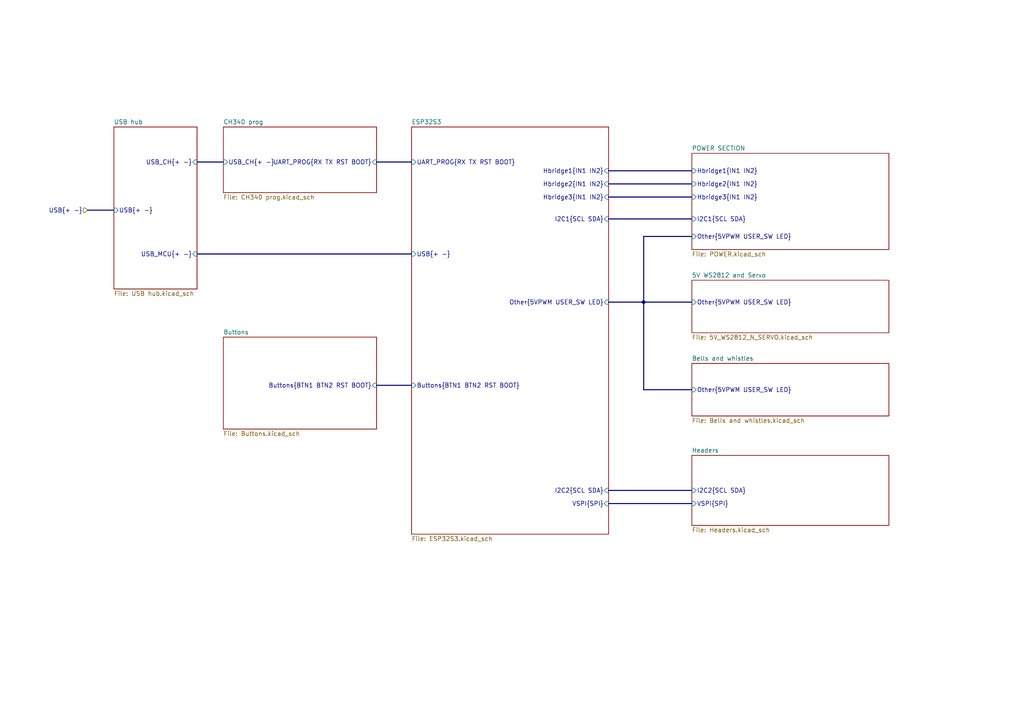
<source format=kicad_sch>
(kicad_sch
	(version 20231120)
	(generator "eeschema")
	(generator_version "8.0")
	(uuid "4f01d659-acdd-4286-a922-b53f5a7d02ba")
	(paper "A4")
	(title_block
		(title "MAIN")
		(date "2025-02-04")
		(rev "A")
		(company "Artem Horiunov")
		(comment 1 "DESIGNED IN POLAND")
	)
	(lib_symbols)
	(junction
		(at 186.69 87.63)
		(diameter 0)
		(color 0 0 0 0)
		(uuid "0bfd088b-3626-4b5f-875c-027926540d3c")
	)
	(bus
		(pts
			(xy 176.53 146.05) (xy 200.66 146.05)
		)
		(stroke
			(width 0)
			(type default)
		)
		(uuid "0c7b2cb7-b600-45ee-8b80-618b7e732ac5")
	)
	(bus
		(pts
			(xy 176.53 57.15) (xy 200.66 57.15)
		)
		(stroke
			(width 0)
			(type default)
		)
		(uuid "1085dd6e-0759-4037-bc6a-560df810f9bc")
	)
	(bus
		(pts
			(xy 186.69 87.63) (xy 200.66 87.63)
		)
		(stroke
			(width 0)
			(type default)
		)
		(uuid "6a5cb6a9-9270-4b47-b1fd-702afcf80a16")
	)
	(bus
		(pts
			(xy 176.53 53.34) (xy 200.66 53.34)
		)
		(stroke
			(width 0)
			(type default)
		)
		(uuid "7080b98b-4a34-441e-bb0a-2e1d09a59ff1")
	)
	(bus
		(pts
			(xy 176.53 63.5) (xy 200.66 63.5)
		)
		(stroke
			(width 0)
			(type default)
		)
		(uuid "73a50ff0-f4e9-4e19-aaa5-4aaa2250bc8d")
	)
	(bus
		(pts
			(xy 200.66 68.58) (xy 186.69 68.58)
		)
		(stroke
			(width 0)
			(type default)
		)
		(uuid "77b1e4d3-0a89-4138-b23c-9cfc79a0276b")
	)
	(bus
		(pts
			(xy 109.22 46.99) (xy 119.38 46.99)
		)
		(stroke
			(width 0)
			(type default)
		)
		(uuid "7aaa7982-096b-4bc2-9c37-fba2473fcd3a")
	)
	(bus
		(pts
			(xy 176.53 142.24) (xy 200.66 142.24)
		)
		(stroke
			(width 0)
			(type default)
		)
		(uuid "81e6457a-c9f7-4030-bd65-fa51504e240b")
	)
	(bus
		(pts
			(xy 109.22 111.76) (xy 119.38 111.76)
		)
		(stroke
			(width 0)
			(type default)
		)
		(uuid "8dd25152-8c49-47d3-b73b-dfc9dd4d5b25")
	)
	(bus
		(pts
			(xy 25.4 60.96) (xy 33.02 60.96)
		)
		(stroke
			(width 0)
			(type default)
		)
		(uuid "a39081cd-3a0a-423e-8172-a821649a801a")
	)
	(bus
		(pts
			(xy 200.66 113.03) (xy 186.69 113.03)
		)
		(stroke
			(width 0)
			(type default)
		)
		(uuid "b3461a7b-460f-4400-b4cf-5414337325af")
	)
	(bus
		(pts
			(xy 57.15 46.99) (xy 64.77 46.99)
		)
		(stroke
			(width 0)
			(type default)
		)
		(uuid "b381fb3b-e0be-46de-8e8a-b066668f5cff")
	)
	(bus
		(pts
			(xy 186.69 68.58) (xy 186.69 87.63)
		)
		(stroke
			(width 0)
			(type default)
		)
		(uuid "d989ad9b-2a90-490d-a9b8-a356ffa97290")
	)
	(bus
		(pts
			(xy 57.15 73.66) (xy 119.38 73.66)
		)
		(stroke
			(width 0)
			(type default)
		)
		(uuid "e1388bba-a553-488b-b15b-645ac6fd9e95")
	)
	(bus
		(pts
			(xy 176.53 87.63) (xy 186.69 87.63)
		)
		(stroke
			(width 0)
			(type default)
		)
		(uuid "ec6187c1-8bc9-4d0c-b27d-f2700d68e2ae")
	)
	(bus
		(pts
			(xy 176.53 49.53) (xy 200.66 49.53)
		)
		(stroke
			(width 0)
			(type default)
		)
		(uuid "f7c60f3d-605f-43fd-8aed-50c7ec22eb0d")
	)
	(bus
		(pts
			(xy 186.69 113.03) (xy 186.69 87.63)
		)
		(stroke
			(width 0)
			(type default)
		)
		(uuid "fd012dd7-04ea-4151-9005-e0b1694b0322")
	)
	(hierarchical_label "USB{+ -}"
		(shape input)
		(at 25.4 60.96 180)
		(fields_autoplaced yes)
		(effects
			(font
				(size 1.27 1.27)
			)
			(justify right)
		)
		(uuid "2c48da45-df81-4f79-8459-58550d78327e")
	)
	(sheet
		(at 200.66 132.08)
		(size 57.15 20.32)
		(fields_autoplaced yes)
		(stroke
			(width 0.1524)
			(type solid)
		)
		(fill
			(color 0 0 0 0.0000)
		)
		(uuid "1729833a-027d-4880-9d47-9217599f0e15")
		(property "Sheetname" "Headers"
			(at 200.66 131.3684 0)
			(effects
				(font
					(size 1.27 1.27)
				)
				(justify left bottom)
			)
		)
		(property "Sheetfile" "Headers.kicad_sch"
			(at 200.66 152.9846 0)
			(effects
				(font
					(size 1.27 1.27)
				)
				(justify left top)
			)
		)
		(pin "VSPI{SPI}" input
			(at 200.66 146.05 180)
			(effects
				(font
					(size 1.27 1.27)
				)
				(justify left)
			)
			(uuid "67ab0992-d72d-4b83-a659-a3bf1de9a6d8")
		)
		(pin "I2C2{SCL SDA}" input
			(at 200.66 142.24 180)
			(effects
				(font
					(size 1.27 1.27)
				)
				(justify left)
			)
			(uuid "21ec4afe-47b5-436e-9289-fde5b5f642ce")
		)
		(instances
			(project "SimpleLedController"
				(path "/de1fb7b1-f28d-4bae-89ca-5550da77be4e/50ac3697-a6ce-452b-81fb-5fffb80c209f"
					(page "16")
				)
			)
		)
	)
	(sheet
		(at 200.66 81.28)
		(size 57.15 15.24)
		(fields_autoplaced yes)
		(stroke
			(width 0.1524)
			(type solid)
		)
		(fill
			(color 0 0 0 0.0000)
		)
		(uuid "297a673b-1001-4fdf-8775-f19fc6a11456")
		(property "Sheetname" "5V WS2812 and Servo"
			(at 200.66 80.5684 0)
			(effects
				(font
					(size 1.27 1.27)
				)
				(justify left bottom)
			)
		)
		(property "Sheetfile" "5V_WS2812_N_SERVO.kicad_sch"
			(at 200.66 97.1046 0)
			(effects
				(font
					(size 1.27 1.27)
				)
				(justify left top)
			)
		)
		(pin "Other{5VPWM USER_SW LED}" input
			(at 200.66 87.63 180)
			(effects
				(font
					(size 1.27 1.27)
				)
				(justify left)
			)
			(uuid "1b055340-e1c6-4147-b2a1-fce74ef56478")
		)
		(instances
			(project "SimpleLedController"
				(path "/de1fb7b1-f28d-4bae-89ca-5550da77be4e/50ac3697-a6ce-452b-81fb-5fffb80c209f"
					(page "14")
				)
			)
		)
	)
	(sheet
		(at 64.77 36.83)
		(size 44.45 19.05)
		(fields_autoplaced yes)
		(stroke
			(width 0.1524)
			(type solid)
		)
		(fill
			(color 0 0 0 0.0000)
		)
		(uuid "573e399c-55e4-4f26-868e-17041161b83a")
		(property "Sheetname" "CH340 prog"
			(at 64.77 36.1184 0)
			(effects
				(font
					(size 1.27 1.27)
				)
				(justify left bottom)
			)
		)
		(property "Sheetfile" "CH340 prog.kicad_sch"
			(at 64.77 56.4646 0)
			(effects
				(font
					(size 1.27 1.27)
				)
				(justify left top)
			)
		)
		(pin "USB_CH{+ -}" input
			(at 64.77 46.99 180)
			(effects
				(font
					(size 1.27 1.27)
				)
				(justify left)
			)
			(uuid "304d7384-3ba5-4aba-b3be-14a3732c82e9")
		)
		(pin "UART_PROG{RX TX RST BOOT}" input
			(at 109.22 46.99 0)
			(effects
				(font
					(size 1.27 1.27)
				)
				(justify right)
			)
			(uuid "b73daf2a-69c1-4478-94d1-97808f2640c2")
		)
		(instances
			(project "SimpleLedController"
				(path "/de1fb7b1-f28d-4bae-89ca-5550da77be4e/50ac3697-a6ce-452b-81fb-5fffb80c209f"
					(page "10")
				)
			)
		)
	)
	(sheet
		(at 119.38 36.83)
		(size 57.15 118.11)
		(fields_autoplaced yes)
		(stroke
			(width 0.1524)
			(type solid)
		)
		(fill
			(color 0 0 0 0.0000)
		)
		(uuid "734ea1e1-065d-4afa-81e6-e29f5edd8fa7")
		(property "Sheetname" "ESP32S3"
			(at 119.38 36.1184 0)
			(effects
				(font
					(size 1.27 1.27)
				)
				(justify left bottom)
			)
		)
		(property "Sheetfile" "ESP32S3.kicad_sch"
			(at 119.38 155.5246 0)
			(effects
				(font
					(size 1.27 1.27)
				)
				(justify left top)
			)
		)
		(pin "USB{+ -}" input
			(at 119.38 73.66 180)
			(effects
				(font
					(size 1.27 1.27)
				)
				(justify left)
			)
			(uuid "a510394d-cbef-467e-b8cb-1fe48e295919")
		)
		(pin "Hbridge3{IN1 IN2}" input
			(at 176.53 57.15 0)
			(effects
				(font
					(size 1.27 1.27)
				)
				(justify right)
			)
			(uuid "f12981fd-4731-4293-8154-46df0315fe50")
		)
		(pin "Hbridge1{IN1 IN2}" input
			(at 176.53 49.53 0)
			(effects
				(font
					(size 1.27 1.27)
				)
				(justify right)
			)
			(uuid "ce462b87-ea96-4f0b-8596-7c66350c20d9")
		)
		(pin "Hbridge2{IN1 IN2}" input
			(at 176.53 53.34 0)
			(effects
				(font
					(size 1.27 1.27)
				)
				(justify right)
			)
			(uuid "5b24526f-e404-4011-9582-2d02463ce436")
		)
		(pin "I2C1{SCL SDA}" input
			(at 176.53 63.5 0)
			(effects
				(font
					(size 1.27 1.27)
				)
				(justify right)
			)
			(uuid "8426e571-7c85-4b2b-9d55-ffba53f179a6")
		)
		(pin "I2C2{SCL SDA}" input
			(at 176.53 142.24 0)
			(effects
				(font
					(size 1.27 1.27)
				)
				(justify right)
			)
			(uuid "41670eec-2253-4d82-8623-6a960a1d2f3c")
		)
		(pin "VSPI{SPI}" input
			(at 176.53 146.05 0)
			(effects
				(font
					(size 1.27 1.27)
				)
				(justify right)
			)
			(uuid "45f7dce1-be54-4492-b8f5-5b4239d5ae95")
		)
		(pin "Buttons{BTN1 BTN2 RST BOOT}" input
			(at 119.38 111.76 180)
			(effects
				(font
					(size 1.27 1.27)
				)
				(justify left)
			)
			(uuid "5738e1a4-e40e-44c8-a983-799674f15f9a")
		)
		(pin "UART_PROG{RX TX RST BOOT}" input
			(at 119.38 46.99 180)
			(effects
				(font
					(size 1.27 1.27)
				)
				(justify left)
			)
			(uuid "f27e8379-446c-40d7-bb62-64828623801b")
		)
		(pin "Other{5VPWM USER_SW LED}" input
			(at 176.53 87.63 0)
			(effects
				(font
					(size 1.27 1.27)
				)
				(justify right)
			)
			(uuid "f13d06c6-41de-49f9-aa3a-a5886287af90")
		)
		(instances
			(project "SimpleLedController"
				(path "/de1fb7b1-f28d-4bae-89ca-5550da77be4e/50ac3697-a6ce-452b-81fb-5fffb80c209f"
					(page "13")
				)
			)
		)
	)
	(sheet
		(at 200.66 105.41)
		(size 57.15 15.24)
		(fields_autoplaced yes)
		(stroke
			(width 0.1524)
			(type solid)
		)
		(fill
			(color 0 0 0 0.0000)
		)
		(uuid "a32b977d-febd-4877-a8e2-3646970420f5")
		(property "Sheetname" "Bells and whistles"
			(at 200.66 104.6984 0)
			(effects
				(font
					(size 1.27 1.27)
				)
				(justify left bottom)
			)
		)
		(property "Sheetfile" "Bells and whistles.kicad_sch"
			(at 200.66 121.2346 0)
			(effects
				(font
					(size 1.27 1.27)
				)
				(justify left top)
			)
		)
		(pin "Other{5VPWM USER_SW LED}" input
			(at 200.66 113.03 180)
			(effects
				(font
					(size 1.27 1.27)
				)
				(justify left)
			)
			(uuid "280ca432-26bf-407e-bb95-369d830b3d2c")
		)
		(instances
			(project "SimpleLedController"
				(path "/de1fb7b1-f28d-4bae-89ca-5550da77be4e/50ac3697-a6ce-452b-81fb-5fffb80c209f"
					(page "17")
				)
			)
		)
	)
	(sheet
		(at 64.77 97.79)
		(size 44.45 26.67)
		(fields_autoplaced yes)
		(stroke
			(width 0.1524)
			(type solid)
		)
		(fill
			(color 0 0 0 0.0000)
		)
		(uuid "b748548d-004b-4af6-a43b-a82cc4cbcd41")
		(property "Sheetname" "Buttons"
			(at 64.77 97.0784 0)
			(effects
				(font
					(size 1.27 1.27)
				)
				(justify left bottom)
			)
		)
		(property "Sheetfile" "Buttons.kicad_sch"
			(at 64.77 125.0446 0)
			(effects
				(font
					(size 1.27 1.27)
				)
				(justify left top)
			)
		)
		(pin "Buttons{BTN1 BTN2 RST BOOT}" input
			(at 109.22 111.76 0)
			(effects
				(font
					(size 1.27 1.27)
				)
				(justify right)
			)
			(uuid "6bfa2cd0-aa34-4a40-9d03-e278d757bf42")
		)
		(instances
			(project "SimpleLedController"
				(path "/de1fb7b1-f28d-4bae-89ca-5550da77be4e/50ac3697-a6ce-452b-81fb-5fffb80c209f"
					(page "15")
				)
			)
		)
	)
	(sheet
		(at 33.02 36.83)
		(size 24.13 46.99)
		(fields_autoplaced yes)
		(stroke
			(width 0.1524)
			(type solid)
		)
		(fill
			(color 0 0 0 0.0000)
		)
		(uuid "c9e0c302-6f74-49aa-b1f3-0ee4abb3f467")
		(property "Sheetname" "USB hub"
			(at 33.02 36.1184 0)
			(effects
				(font
					(size 1.27 1.27)
				)
				(justify left bottom)
			)
		)
		(property "Sheetfile" "USB hub.kicad_sch"
			(at 33.02 84.4046 0)
			(effects
				(font
					(size 1.27 1.27)
				)
				(justify left top)
			)
		)
		(pin "USB{+ -}" input
			(at 33.02 60.96 180)
			(effects
				(font
					(size 1.27 1.27)
				)
				(justify left)
			)
			(uuid "9ffed8bf-2589-426e-ad91-c7661e4ae12f")
		)
		(pin "USB_MCU{+ -}" input
			(at 57.15 73.66 0)
			(effects
				(font
					(size 1.27 1.27)
				)
				(justify right)
			)
			(uuid "1f271f77-1153-4c27-b1ce-b407f532b100")
		)
		(pin "USB_CH{+ -}" input
			(at 57.15 46.99 0)
			(effects
				(font
					(size 1.27 1.27)
				)
				(justify right)
			)
			(uuid "54df11a4-d33e-4ef4-8156-00f2572e5104")
		)
		(instances
			(project "SimpleLedController"
				(path "/de1fb7b1-f28d-4bae-89ca-5550da77be4e/50ac3697-a6ce-452b-81fb-5fffb80c209f"
					(page "11")
				)
			)
		)
	)
	(sheet
		(at 200.66 44.45)
		(size 57.15 27.94)
		(fields_autoplaced yes)
		(stroke
			(width 0.1524)
			(type solid)
		)
		(fill
			(color 0 0 0 0.0000)
		)
		(uuid "fe15959e-5b1f-4259-8c71-c881ef35358e")
		(property "Sheetname" "POWER SECTION"
			(at 200.66 43.7384 0)
			(effects
				(font
					(size 1.27 1.27)
				)
				(justify left bottom)
			)
		)
		(property "Sheetfile" "POWER.kicad_sch"
			(at 200.66 72.9746 0)
			(effects
				(font
					(size 1.27 1.27)
				)
				(justify left top)
			)
		)
		(pin "Hbridge1{IN1 IN2}" input
			(at 200.66 49.53 180)
			(effects
				(font
					(size 1.27 1.27)
				)
				(justify left)
			)
			(uuid "b81085a6-c9b8-4cd3-b2e3-4b183632fc03")
		)
		(pin "Hbridge2{IN1 IN2}" input
			(at 200.66 53.34 180)
			(effects
				(font
					(size 1.27 1.27)
				)
				(justify left)
			)
			(uuid "479ff41f-ee8c-435a-8add-c595527dc91b")
		)
		(pin "Hbridge3{IN1 IN2}" input
			(at 200.66 57.15 180)
			(effects
				(font
					(size 1.27 1.27)
				)
				(justify left)
			)
			(uuid "42fff8c7-0e57-402f-a67d-1a222cfb8de8")
		)
		(pin "I2C1{SCL SDA}" input
			(at 200.66 63.5 180)
			(effects
				(font
					(size 1.27 1.27)
				)
				(justify left)
			)
			(uuid "98c78a50-7e81-4690-a618-af3b8950e701")
		)
		(pin "Other{5VPWM USER_SW LED}" input
			(at 200.66 68.58 180)
			(effects
				(font
					(size 1.27 1.27)
				)
				(justify left)
			)
			(uuid "6acc03a9-2806-44a0-9b7c-6cb8a3f4fa6a")
		)
		(instances
			(project "SimpleLedController"
				(path "/de1fb7b1-f28d-4bae-89ca-5550da77be4e/50ac3697-a6ce-452b-81fb-5fffb80c209f"
					(page "14")
				)
			)
		)
	)
)

</source>
